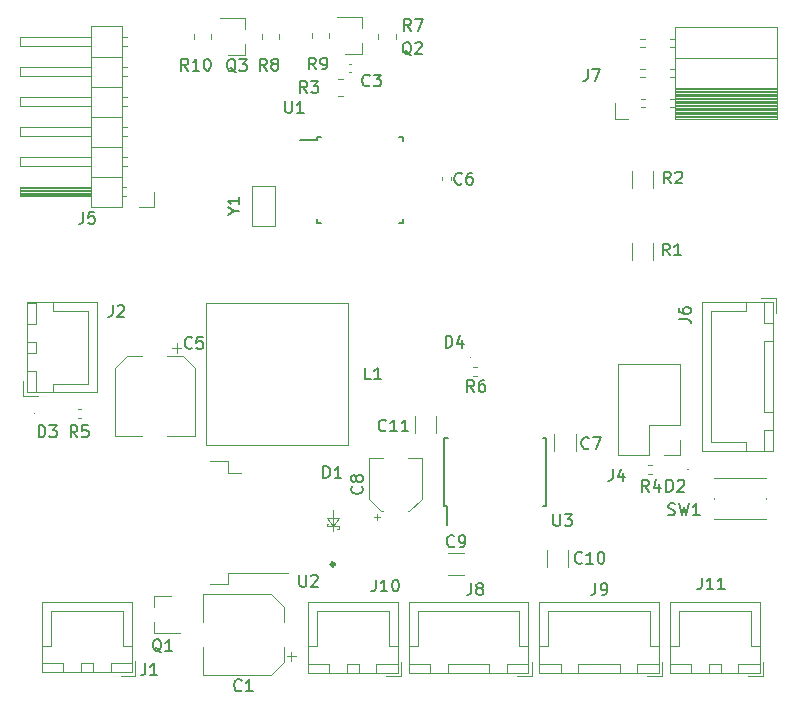
<source format=gbr>
%TF.GenerationSoftware,KiCad,Pcbnew,5.1.10*%
%TF.CreationDate,2021-11-02T21:36:03+05:45*%
%TF.ProjectId,RobotHat,526f626f-7448-4617-942e-6b696361645f,rev?*%
%TF.SameCoordinates,Original*%
%TF.FileFunction,Legend,Top*%
%TF.FilePolarity,Positive*%
%FSLAX46Y46*%
G04 Gerber Fmt 4.6, Leading zero omitted, Abs format (unit mm)*
G04 Created by KiCad (PCBNEW 5.1.10) date 2021-11-02 21:36:03*
%MOMM*%
%LPD*%
G01*
G04 APERTURE LIST*
%ADD10C,0.120000*%
%ADD11C,0.100000*%
%ADD12C,0.150000*%
%ADD13C,0.300000*%
G04 APERTURE END LIST*
D10*
%TO.C,Y1*%
X72400000Y-62950000D02*
X72400000Y-66350000D01*
X72400000Y-66350000D02*
X70400000Y-66350000D01*
X70400000Y-66350000D02*
X70400000Y-62950000D01*
X70400000Y-62950000D02*
X72400000Y-62950000D01*
%TO.C,Q3*%
X69860000Y-51880000D02*
X69860000Y-50950000D01*
X69860000Y-48720000D02*
X69860000Y-49650000D01*
X69860000Y-48720000D02*
X67700000Y-48720000D01*
X69860000Y-51880000D02*
X68400000Y-51880000D01*
%TO.C,R10*%
X66985000Y-50072936D02*
X66985000Y-50527064D01*
X65515000Y-50072936D02*
X65515000Y-50527064D01*
%TO.C,R9*%
X76935000Y-50022936D02*
X76935000Y-50477064D01*
X75465000Y-50022936D02*
X75465000Y-50477064D01*
%TO.C,R8*%
X72735000Y-50072936D02*
X72735000Y-50527064D01*
X71265000Y-50072936D02*
X71265000Y-50527064D01*
%TO.C,R7*%
X82585000Y-50072936D02*
X82585000Y-50527064D01*
X81115000Y-50072936D02*
X81115000Y-50527064D01*
%TO.C,R3*%
X77672936Y-53915000D02*
X78127064Y-53915000D01*
X77672936Y-55385000D02*
X78127064Y-55385000D01*
%TO.C,J6*%
X114510000Y-72790000D02*
X108540000Y-72790000D01*
X108540000Y-72790000D02*
X108540000Y-85410000D01*
X108540000Y-85410000D02*
X114510000Y-85410000D01*
X114510000Y-85410000D02*
X114510000Y-72790000D01*
X114500000Y-76100000D02*
X113750000Y-76100000D01*
X113750000Y-76100000D02*
X113750000Y-82100000D01*
X113750000Y-82100000D02*
X114500000Y-82100000D01*
X114500000Y-82100000D02*
X114500000Y-76100000D01*
X114500000Y-72800000D02*
X113750000Y-72800000D01*
X113750000Y-72800000D02*
X113750000Y-74600000D01*
X113750000Y-74600000D02*
X114500000Y-74600000D01*
X114500000Y-74600000D02*
X114500000Y-72800000D01*
X114500000Y-83600000D02*
X113750000Y-83600000D01*
X113750000Y-83600000D02*
X113750000Y-85400000D01*
X113750000Y-85400000D02*
X114500000Y-85400000D01*
X114500000Y-85400000D02*
X114500000Y-83600000D01*
X112250000Y-72800000D02*
X112250000Y-73550000D01*
X112250000Y-73550000D02*
X109300000Y-73550000D01*
X109300000Y-73550000D02*
X109300000Y-79100000D01*
X112250000Y-85400000D02*
X112250000Y-84650000D01*
X112250000Y-84650000D02*
X109300000Y-84650000D01*
X109300000Y-84650000D02*
X109300000Y-79100000D01*
X114800000Y-73750000D02*
X114800000Y-72500000D01*
X114800000Y-72500000D02*
X113550000Y-72500000D01*
%TO.C,C8*%
X84810000Y-85990000D02*
X83610000Y-85990000D01*
X80290000Y-85990000D02*
X81490000Y-85990000D01*
X80290000Y-89445563D02*
X80290000Y-85990000D01*
X84810000Y-89445563D02*
X84810000Y-85990000D01*
X83745563Y-90510000D02*
X83610000Y-90510000D01*
X81354437Y-90510000D02*
X81490000Y-90510000D01*
X81354437Y-90510000D02*
X80290000Y-89445563D01*
X83745563Y-90510000D02*
X84810000Y-89445563D01*
X80990000Y-91250000D02*
X80990000Y-90750000D01*
X80740000Y-91000000D02*
X81240000Y-91000000D01*
%TO.C,C5*%
X58790000Y-84160000D02*
X61140000Y-84160000D01*
X65610000Y-84160000D02*
X63260000Y-84160000D01*
X65610000Y-78404437D02*
X65610000Y-84160000D01*
X58790000Y-78404437D02*
X58790000Y-84160000D01*
X59854437Y-77340000D02*
X61140000Y-77340000D01*
X64545563Y-77340000D02*
X63260000Y-77340000D01*
X64545563Y-77340000D02*
X65610000Y-78404437D01*
X59854437Y-77340000D02*
X58790000Y-78404437D01*
X64047500Y-76312500D02*
X64047500Y-77100000D01*
X64441250Y-76706250D02*
X63653750Y-76706250D01*
%TO.C,C1*%
X66290000Y-97540000D02*
X66290000Y-99890000D01*
X66290000Y-104360000D02*
X66290000Y-102010000D01*
X72045563Y-104360000D02*
X66290000Y-104360000D01*
X72045563Y-97540000D02*
X66290000Y-97540000D01*
X73110000Y-98604437D02*
X73110000Y-99890000D01*
X73110000Y-103295563D02*
X73110000Y-102010000D01*
X73110000Y-103295563D02*
X72045563Y-104360000D01*
X73110000Y-98604437D02*
X72045563Y-97540000D01*
X74137500Y-102797500D02*
X73350000Y-102797500D01*
X73743750Y-103191250D02*
X73743750Y-102403750D01*
%TO.C,L1*%
X78550000Y-84900000D02*
X66550000Y-84900000D01*
X78550000Y-72900000D02*
X78550000Y-84900000D01*
X66550000Y-72900000D02*
X78550000Y-72900000D01*
X66550000Y-84900000D02*
X66550000Y-72900000D01*
%TO.C,Q2*%
X79760000Y-51830000D02*
X79760000Y-50900000D01*
X79760000Y-48670000D02*
X79760000Y-49600000D01*
X79760000Y-48670000D02*
X77600000Y-48670000D01*
X79760000Y-51830000D02*
X78300000Y-51830000D01*
%TO.C,SW1*%
X113950000Y-89500000D02*
X113950000Y-89400000D01*
X109550000Y-91200000D02*
X113950000Y-91200000D01*
X113950000Y-87700000D02*
X109550000Y-87700000D01*
X109550000Y-89500000D02*
X109550000Y-89400000D01*
%TO.C,R6*%
X89453641Y-79080000D02*
X89146359Y-79080000D01*
X89453641Y-78320000D02*
X89146359Y-78320000D01*
D11*
%TO.C,D4*%
X88940000Y-77500000D02*
G75*
G03*
X88940000Y-77500000I-50000J0D01*
G01*
D10*
%TO.C,J4*%
X106630000Y-85780000D02*
X105300000Y-85780000D01*
X106630000Y-84450000D02*
X106630000Y-85780000D01*
X104030000Y-85780000D02*
X101430000Y-85780000D01*
X104030000Y-83180000D02*
X104030000Y-85780000D01*
X106630000Y-83180000D02*
X104030000Y-83180000D01*
X101430000Y-85780000D02*
X101430000Y-78040000D01*
X106630000Y-83180000D02*
X106630000Y-78040000D01*
X106630000Y-78040000D02*
X101430000Y-78040000D01*
%TO.C,J5*%
X62120000Y-64720000D02*
X60850000Y-64720000D01*
X62120000Y-63450000D02*
X62120000Y-64720000D01*
X59807071Y-50370000D02*
X59410000Y-50370000D01*
X59807071Y-51130000D02*
X59410000Y-51130000D01*
X50750000Y-50370000D02*
X56750000Y-50370000D01*
X50750000Y-51130000D02*
X50750000Y-50370000D01*
X56750000Y-51130000D02*
X50750000Y-51130000D01*
X59410000Y-52020000D02*
X56750000Y-52020000D01*
X59807071Y-52910000D02*
X59410000Y-52910000D01*
X59807071Y-53670000D02*
X59410000Y-53670000D01*
X50750000Y-52910000D02*
X56750000Y-52910000D01*
X50750000Y-53670000D02*
X50750000Y-52910000D01*
X56750000Y-53670000D02*
X50750000Y-53670000D01*
X59410000Y-54560000D02*
X56750000Y-54560000D01*
X59807071Y-55450000D02*
X59410000Y-55450000D01*
X59807071Y-56210000D02*
X59410000Y-56210000D01*
X50750000Y-55450000D02*
X56750000Y-55450000D01*
X50750000Y-56210000D02*
X50750000Y-55450000D01*
X56750000Y-56210000D02*
X50750000Y-56210000D01*
X59410000Y-57100000D02*
X56750000Y-57100000D01*
X59807071Y-57990000D02*
X59410000Y-57990000D01*
X59807071Y-58750000D02*
X59410000Y-58750000D01*
X50750000Y-57990000D02*
X56750000Y-57990000D01*
X50750000Y-58750000D02*
X50750000Y-57990000D01*
X56750000Y-58750000D02*
X50750000Y-58750000D01*
X59410000Y-59640000D02*
X56750000Y-59640000D01*
X59807071Y-60530000D02*
X59410000Y-60530000D01*
X59807071Y-61290000D02*
X59410000Y-61290000D01*
X50750000Y-60530000D02*
X56750000Y-60530000D01*
X50750000Y-61290000D02*
X50750000Y-60530000D01*
X56750000Y-61290000D02*
X50750000Y-61290000D01*
X59410000Y-62180000D02*
X56750000Y-62180000D01*
X59740000Y-63070000D02*
X59410000Y-63070000D01*
X59740000Y-63830000D02*
X59410000Y-63830000D01*
X56750000Y-63170000D02*
X50750000Y-63170000D01*
X56750000Y-63290000D02*
X50750000Y-63290000D01*
X56750000Y-63410000D02*
X50750000Y-63410000D01*
X56750000Y-63530000D02*
X50750000Y-63530000D01*
X56750000Y-63650000D02*
X50750000Y-63650000D01*
X56750000Y-63770000D02*
X50750000Y-63770000D01*
X50750000Y-63070000D02*
X56750000Y-63070000D01*
X50750000Y-63830000D02*
X50750000Y-63070000D01*
X56750000Y-63830000D02*
X50750000Y-63830000D01*
X56750000Y-64780000D02*
X59410000Y-64780000D01*
X56750000Y-49420000D02*
X56750000Y-64780000D01*
X59410000Y-49420000D02*
X56750000Y-49420000D01*
X59410000Y-64780000D02*
X59410000Y-49420000D01*
D12*
%TO.C,U1*%
X75925000Y-59050000D02*
X74500000Y-59050000D01*
X83175000Y-58825000D02*
X82850000Y-58825000D01*
X83175000Y-66075000D02*
X82850000Y-66075000D01*
X75925000Y-66075000D02*
X76250000Y-66075000D01*
X75925000Y-58825000D02*
X76250000Y-58825000D01*
X75925000Y-66075000D02*
X75925000Y-65750000D01*
X83175000Y-66075000D02*
X83175000Y-65750000D01*
X83175000Y-58825000D02*
X83175000Y-59150000D01*
X75925000Y-58825000D02*
X75925000Y-59050000D01*
D10*
%TO.C,Q1*%
X62140000Y-97670000D02*
X62140000Y-98600000D01*
X62140000Y-100830000D02*
X62140000Y-99900000D01*
X62140000Y-100830000D02*
X64300000Y-100830000D01*
X62140000Y-97670000D02*
X63600000Y-97670000D01*
%TO.C,D1*%
X77750000Y-92000000D02*
X77650000Y-92000000D01*
X77750000Y-91800000D02*
X77750000Y-92000000D01*
X76750000Y-91600000D02*
X76850000Y-91600000D01*
X76750000Y-91800000D02*
X76750000Y-91600000D01*
X77750000Y-91100000D02*
X77250000Y-91800000D01*
X76750000Y-91100000D02*
X77650000Y-91100000D01*
X77750000Y-91100000D02*
X76750000Y-91100000D01*
X77250000Y-91800000D02*
X76750000Y-91100000D01*
X76750000Y-91800000D02*
X77750000Y-91800000D01*
X77250000Y-90400000D02*
X77250000Y-92200000D01*
D13*
X77391421Y-95000000D02*
G75*
G03*
X77391421Y-95000000I-141421J0D01*
G01*
D10*
%TO.C,R5*%
X55953641Y-81820000D02*
X55646359Y-81820000D01*
X55953641Y-82580000D02*
X55646359Y-82580000D01*
D11*
%TO.C,D3*%
X52025000Y-82200000D02*
G75*
G03*
X52025000Y-82200000I-50000J0D01*
G01*
D10*
%TO.C,C11*%
X86010000Y-83911252D02*
X86010000Y-82488748D01*
X84190000Y-83911252D02*
X84190000Y-82488748D01*
%TO.C,C10*%
X95390000Y-93788748D02*
X95390000Y-95211252D01*
X97210000Y-93788748D02*
X97210000Y-95211252D01*
%TO.C,C9*%
X86988748Y-95910000D02*
X88411252Y-95910000D01*
X86988748Y-94090000D02*
X88411252Y-94090000D01*
%TO.C,C7*%
X95990000Y-83988748D02*
X95990000Y-85411252D01*
X97810000Y-83988748D02*
X97810000Y-85411252D01*
%TO.C,C3*%
X78592164Y-53360000D02*
X78807836Y-53360000D01*
X78592164Y-52640000D02*
X78807836Y-52640000D01*
%TO.C,C6*%
X86540000Y-62242164D02*
X86540000Y-62457836D01*
X87260000Y-62242164D02*
X87260000Y-62457836D01*
%TO.C,J7*%
X114855000Y-57160000D02*
X106225000Y-57160000D01*
X114855000Y-57041905D02*
X106225000Y-57041905D01*
X114855000Y-56923810D02*
X106225000Y-56923810D01*
X114855000Y-56805715D02*
X106225000Y-56805715D01*
X114855000Y-56687620D02*
X106225000Y-56687620D01*
X114855000Y-56569525D02*
X106225000Y-56569525D01*
X114855000Y-56451430D02*
X106225000Y-56451430D01*
X114855000Y-56333335D02*
X106225000Y-56333335D01*
X114855000Y-56215240D02*
X106225000Y-56215240D01*
X114855000Y-56097145D02*
X106225000Y-56097145D01*
X114855000Y-55979050D02*
X106225000Y-55979050D01*
X114855000Y-55860955D02*
X106225000Y-55860955D01*
X114855000Y-55742860D02*
X106225000Y-55742860D01*
X114855000Y-55624765D02*
X106225000Y-55624765D01*
X114855000Y-55506670D02*
X106225000Y-55506670D01*
X114855000Y-55388575D02*
X106225000Y-55388575D01*
X114855000Y-55270480D02*
X106225000Y-55270480D01*
X114855000Y-55152385D02*
X106225000Y-55152385D01*
X114855000Y-55034290D02*
X106225000Y-55034290D01*
X114855000Y-54916195D02*
X106225000Y-54916195D01*
X114855000Y-54798100D02*
X106225000Y-54798100D01*
X106225000Y-56310000D02*
X105815000Y-56310000D01*
X103715000Y-56310000D02*
X103335000Y-56310000D01*
X106225000Y-55590000D02*
X105815000Y-55590000D01*
X103715000Y-55590000D02*
X103335000Y-55590000D01*
X106225000Y-53770000D02*
X105815000Y-53770000D01*
X103715000Y-53770000D02*
X103275000Y-53770000D01*
X106225000Y-53050000D02*
X105815000Y-53050000D01*
X103715000Y-53050000D02*
X103275000Y-53050000D01*
X106225000Y-51230000D02*
X105815000Y-51230000D01*
X103715000Y-51230000D02*
X103275000Y-51230000D01*
X106225000Y-50510000D02*
X105815000Y-50510000D01*
X103715000Y-50510000D02*
X103275000Y-50510000D01*
X114855000Y-54680000D02*
X106225000Y-54680000D01*
X114855000Y-52140000D02*
X106225000Y-52140000D01*
X114855000Y-57280000D02*
X106225000Y-57280000D01*
X106225000Y-57280000D02*
X106225000Y-49540000D01*
X114855000Y-49540000D02*
X106225000Y-49540000D01*
X114855000Y-57280000D02*
X114855000Y-49540000D01*
X101115000Y-57280000D02*
X101115000Y-55950000D01*
X102225000Y-57280000D02*
X101115000Y-57280000D01*
%TO.C,R2*%
X104410000Y-61672936D02*
X104410000Y-63127064D01*
X102590000Y-61672936D02*
X102590000Y-63127064D01*
%TO.C,R1*%
X102590000Y-69277064D02*
X102590000Y-67822936D01*
X104410000Y-69277064D02*
X104410000Y-67822936D01*
%TO.C,J2*%
X51340000Y-80460000D02*
X57310000Y-80460000D01*
X57310000Y-80460000D02*
X57310000Y-72840000D01*
X57310000Y-72840000D02*
X51340000Y-72840000D01*
X51340000Y-72840000D02*
X51340000Y-80460000D01*
X51350000Y-77150000D02*
X52100000Y-77150000D01*
X52100000Y-77150000D02*
X52100000Y-76150000D01*
X52100000Y-76150000D02*
X51350000Y-76150000D01*
X51350000Y-76150000D02*
X51350000Y-77150000D01*
X51350000Y-80450000D02*
X52100000Y-80450000D01*
X52100000Y-80450000D02*
X52100000Y-78650000D01*
X52100000Y-78650000D02*
X51350000Y-78650000D01*
X51350000Y-78650000D02*
X51350000Y-80450000D01*
X51350000Y-74650000D02*
X52100000Y-74650000D01*
X52100000Y-74650000D02*
X52100000Y-72850000D01*
X52100000Y-72850000D02*
X51350000Y-72850000D01*
X51350000Y-72850000D02*
X51350000Y-74650000D01*
X53600000Y-80450000D02*
X53600000Y-79700000D01*
X53600000Y-79700000D02*
X56550000Y-79700000D01*
X56550000Y-79700000D02*
X56550000Y-76650000D01*
X53600000Y-72850000D02*
X53600000Y-73600000D01*
X53600000Y-73600000D02*
X56550000Y-73600000D01*
X56550000Y-73600000D02*
X56550000Y-76650000D01*
X51050000Y-79500000D02*
X51050000Y-80750000D01*
X51050000Y-80750000D02*
X52300000Y-80750000D01*
%TO.C,U2*%
X68350000Y-87250000D02*
X69450000Y-87250000D01*
X68350000Y-86300000D02*
X68350000Y-87250000D01*
X66850000Y-86300000D02*
X68350000Y-86300000D01*
X68350000Y-95750000D02*
X73475000Y-95750000D01*
X68350000Y-96700000D02*
X68350000Y-95750000D01*
X66850000Y-96700000D02*
X68350000Y-96700000D01*
D12*
%TO.C,U3*%
X86900000Y-90075000D02*
X86900000Y-91675000D01*
X95325000Y-90075000D02*
X95325000Y-84325000D01*
X86675000Y-90075000D02*
X86675000Y-84325000D01*
X95325000Y-90075000D02*
X95025000Y-90075000D01*
X95325000Y-84325000D02*
X95025000Y-84325000D01*
X86675000Y-84325000D02*
X86975000Y-84325000D01*
X86675000Y-90075000D02*
X86900000Y-90075000D01*
D10*
%TO.C,R4*%
X103946359Y-87330000D02*
X104253641Y-87330000D01*
X103946359Y-86570000D02*
X104253641Y-86570000D01*
%TO.C,J11*%
X113700000Y-104500000D02*
X113700000Y-103250000D01*
X112450000Y-104500000D02*
X113700000Y-104500000D01*
X106550000Y-99000000D02*
X109600000Y-99000000D01*
X106550000Y-101950000D02*
X106550000Y-99000000D01*
X105800000Y-101950000D02*
X106550000Y-101950000D01*
X112650000Y-99000000D02*
X109600000Y-99000000D01*
X112650000Y-101950000D02*
X112650000Y-99000000D01*
X113400000Y-101950000D02*
X112650000Y-101950000D01*
X105800000Y-104200000D02*
X107600000Y-104200000D01*
X105800000Y-103450000D02*
X105800000Y-104200000D01*
X107600000Y-103450000D02*
X105800000Y-103450000D01*
X107600000Y-104200000D02*
X107600000Y-103450000D01*
X111600000Y-104200000D02*
X113400000Y-104200000D01*
X111600000Y-103450000D02*
X111600000Y-104200000D01*
X113400000Y-103450000D02*
X111600000Y-103450000D01*
X113400000Y-104200000D02*
X113400000Y-103450000D01*
X109100000Y-104200000D02*
X110100000Y-104200000D01*
X109100000Y-103450000D02*
X109100000Y-104200000D01*
X110100000Y-103450000D02*
X109100000Y-103450000D01*
X110100000Y-104200000D02*
X110100000Y-103450000D01*
X105790000Y-104210000D02*
X113410000Y-104210000D01*
X105790000Y-98240000D02*
X105790000Y-104210000D01*
X113410000Y-98240000D02*
X105790000Y-98240000D01*
X113410000Y-104210000D02*
X113410000Y-98240000D01*
%TO.C,J10*%
X83050000Y-104500000D02*
X83050000Y-103250000D01*
X81800000Y-104500000D02*
X83050000Y-104500000D01*
X75900000Y-99000000D02*
X78950000Y-99000000D01*
X75900000Y-101950000D02*
X75900000Y-99000000D01*
X75150000Y-101950000D02*
X75900000Y-101950000D01*
X82000000Y-99000000D02*
X78950000Y-99000000D01*
X82000000Y-101950000D02*
X82000000Y-99000000D01*
X82750000Y-101950000D02*
X82000000Y-101950000D01*
X75150000Y-104200000D02*
X76950000Y-104200000D01*
X75150000Y-103450000D02*
X75150000Y-104200000D01*
X76950000Y-103450000D02*
X75150000Y-103450000D01*
X76950000Y-104200000D02*
X76950000Y-103450000D01*
X80950000Y-104200000D02*
X82750000Y-104200000D01*
X80950000Y-103450000D02*
X80950000Y-104200000D01*
X82750000Y-103450000D02*
X80950000Y-103450000D01*
X82750000Y-104200000D02*
X82750000Y-103450000D01*
X78450000Y-104200000D02*
X79450000Y-104200000D01*
X78450000Y-103450000D02*
X78450000Y-104200000D01*
X79450000Y-103450000D02*
X78450000Y-103450000D01*
X79450000Y-104200000D02*
X79450000Y-103450000D01*
X75140000Y-104210000D02*
X82760000Y-104210000D01*
X75140000Y-98240000D02*
X75140000Y-104210000D01*
X82760000Y-98240000D02*
X75140000Y-98240000D01*
X82760000Y-104210000D02*
X82760000Y-98240000D01*
%TO.C,J9*%
X105150000Y-104500000D02*
X105150000Y-103250000D01*
X103900000Y-104500000D02*
X105150000Y-104500000D01*
X95500000Y-99000000D02*
X99800000Y-99000000D01*
X95500000Y-101950000D02*
X95500000Y-99000000D01*
X94750000Y-101950000D02*
X95500000Y-101950000D01*
X104100000Y-99000000D02*
X99800000Y-99000000D01*
X104100000Y-101950000D02*
X104100000Y-99000000D01*
X104850000Y-101950000D02*
X104100000Y-101950000D01*
X94750000Y-104200000D02*
X96550000Y-104200000D01*
X94750000Y-103450000D02*
X94750000Y-104200000D01*
X96550000Y-103450000D02*
X94750000Y-103450000D01*
X96550000Y-104200000D02*
X96550000Y-103450000D01*
X103050000Y-104200000D02*
X104850000Y-104200000D01*
X103050000Y-103450000D02*
X103050000Y-104200000D01*
X104850000Y-103450000D02*
X103050000Y-103450000D01*
X104850000Y-104200000D02*
X104850000Y-103450000D01*
X98050000Y-104200000D02*
X101550000Y-104200000D01*
X98050000Y-103450000D02*
X98050000Y-104200000D01*
X101550000Y-103450000D02*
X98050000Y-103450000D01*
X101550000Y-104200000D02*
X101550000Y-103450000D01*
X94740000Y-104210000D02*
X104860000Y-104210000D01*
X94740000Y-98240000D02*
X94740000Y-104210000D01*
X104860000Y-98240000D02*
X94740000Y-98240000D01*
X104860000Y-104210000D02*
X104860000Y-98240000D01*
%TO.C,J8*%
X94100000Y-104500000D02*
X94100000Y-103250000D01*
X92850000Y-104500000D02*
X94100000Y-104500000D01*
X84450000Y-99000000D02*
X88750000Y-99000000D01*
X84450000Y-101950000D02*
X84450000Y-99000000D01*
X83700000Y-101950000D02*
X84450000Y-101950000D01*
X93050000Y-99000000D02*
X88750000Y-99000000D01*
X93050000Y-101950000D02*
X93050000Y-99000000D01*
X93800000Y-101950000D02*
X93050000Y-101950000D01*
X83700000Y-104200000D02*
X85500000Y-104200000D01*
X83700000Y-103450000D02*
X83700000Y-104200000D01*
X85500000Y-103450000D02*
X83700000Y-103450000D01*
X85500000Y-104200000D02*
X85500000Y-103450000D01*
X92000000Y-104200000D02*
X93800000Y-104200000D01*
X92000000Y-103450000D02*
X92000000Y-104200000D01*
X93800000Y-103450000D02*
X92000000Y-103450000D01*
X93800000Y-104200000D02*
X93800000Y-103450000D01*
X87000000Y-104200000D02*
X90500000Y-104200000D01*
X87000000Y-103450000D02*
X87000000Y-104200000D01*
X90500000Y-103450000D02*
X87000000Y-103450000D01*
X90500000Y-104200000D02*
X90500000Y-103450000D01*
X83690000Y-104210000D02*
X93810000Y-104210000D01*
X83690000Y-98240000D02*
X83690000Y-104210000D01*
X93810000Y-98240000D02*
X83690000Y-98240000D01*
X93810000Y-104210000D02*
X93810000Y-98240000D01*
%TO.C,J1*%
X60550000Y-104450000D02*
X60550000Y-103200000D01*
X59300000Y-104450000D02*
X60550000Y-104450000D01*
X53400000Y-98950000D02*
X56450000Y-98950000D01*
X53400000Y-101900000D02*
X53400000Y-98950000D01*
X52650000Y-101900000D02*
X53400000Y-101900000D01*
X59500000Y-98950000D02*
X56450000Y-98950000D01*
X59500000Y-101900000D02*
X59500000Y-98950000D01*
X60250000Y-101900000D02*
X59500000Y-101900000D01*
X52650000Y-104150000D02*
X54450000Y-104150000D01*
X52650000Y-103400000D02*
X52650000Y-104150000D01*
X54450000Y-103400000D02*
X52650000Y-103400000D01*
X54450000Y-104150000D02*
X54450000Y-103400000D01*
X58450000Y-104150000D02*
X60250000Y-104150000D01*
X58450000Y-103400000D02*
X58450000Y-104150000D01*
X60250000Y-103400000D02*
X58450000Y-103400000D01*
X60250000Y-104150000D02*
X60250000Y-103400000D01*
X55950000Y-104150000D02*
X56950000Y-104150000D01*
X55950000Y-103400000D02*
X55950000Y-104150000D01*
X56950000Y-103400000D02*
X55950000Y-103400000D01*
X56950000Y-104150000D02*
X56950000Y-103400000D01*
X52640000Y-104160000D02*
X60260000Y-104160000D01*
X52640000Y-98190000D02*
X52640000Y-104160000D01*
X60260000Y-98190000D02*
X52640000Y-98190000D01*
X60260000Y-104160000D02*
X60260000Y-98190000D01*
D11*
%TO.C,D2*%
X107375000Y-86950000D02*
G75*
G03*
X107375000Y-86950000I-50000J0D01*
G01*
%TO.C,Y1*%
D12*
X68876190Y-65126190D02*
X69352380Y-65126190D01*
X68352380Y-65459523D02*
X68876190Y-65126190D01*
X68352380Y-64792857D01*
X69352380Y-63935714D02*
X69352380Y-64507142D01*
X69352380Y-64221428D02*
X68352380Y-64221428D01*
X68495238Y-64316666D01*
X68590476Y-64411904D01*
X68638095Y-64507142D01*
%TO.C,Q3*%
X69054761Y-53347619D02*
X68959523Y-53300000D01*
X68864285Y-53204761D01*
X68721428Y-53061904D01*
X68626190Y-53014285D01*
X68530952Y-53014285D01*
X68578571Y-53252380D02*
X68483333Y-53204761D01*
X68388095Y-53109523D01*
X68340476Y-52919047D01*
X68340476Y-52585714D01*
X68388095Y-52395238D01*
X68483333Y-52300000D01*
X68578571Y-52252380D01*
X68769047Y-52252380D01*
X68864285Y-52300000D01*
X68959523Y-52395238D01*
X69007142Y-52585714D01*
X69007142Y-52919047D01*
X68959523Y-53109523D01*
X68864285Y-53204761D01*
X68769047Y-53252380D01*
X68578571Y-53252380D01*
X69340476Y-52252380D02*
X69959523Y-52252380D01*
X69626190Y-52633333D01*
X69769047Y-52633333D01*
X69864285Y-52680952D01*
X69911904Y-52728571D01*
X69959523Y-52823809D01*
X69959523Y-53061904D01*
X69911904Y-53157142D01*
X69864285Y-53204761D01*
X69769047Y-53252380D01*
X69483333Y-53252380D01*
X69388095Y-53204761D01*
X69340476Y-53157142D01*
%TO.C,R10*%
X65007142Y-53202380D02*
X64673809Y-52726190D01*
X64435714Y-53202380D02*
X64435714Y-52202380D01*
X64816666Y-52202380D01*
X64911904Y-52250000D01*
X64959523Y-52297619D01*
X65007142Y-52392857D01*
X65007142Y-52535714D01*
X64959523Y-52630952D01*
X64911904Y-52678571D01*
X64816666Y-52726190D01*
X64435714Y-52726190D01*
X65959523Y-53202380D02*
X65388095Y-53202380D01*
X65673809Y-53202380D02*
X65673809Y-52202380D01*
X65578571Y-52345238D01*
X65483333Y-52440476D01*
X65388095Y-52488095D01*
X66578571Y-52202380D02*
X66673809Y-52202380D01*
X66769047Y-52250000D01*
X66816666Y-52297619D01*
X66864285Y-52392857D01*
X66911904Y-52583333D01*
X66911904Y-52821428D01*
X66864285Y-53011904D01*
X66816666Y-53107142D01*
X66769047Y-53154761D01*
X66673809Y-53202380D01*
X66578571Y-53202380D01*
X66483333Y-53154761D01*
X66435714Y-53107142D01*
X66388095Y-53011904D01*
X66340476Y-52821428D01*
X66340476Y-52583333D01*
X66388095Y-52392857D01*
X66435714Y-52297619D01*
X66483333Y-52250000D01*
X66578571Y-52202380D01*
%TO.C,R9*%
X75833333Y-53102380D02*
X75500000Y-52626190D01*
X75261904Y-53102380D02*
X75261904Y-52102380D01*
X75642857Y-52102380D01*
X75738095Y-52150000D01*
X75785714Y-52197619D01*
X75833333Y-52292857D01*
X75833333Y-52435714D01*
X75785714Y-52530952D01*
X75738095Y-52578571D01*
X75642857Y-52626190D01*
X75261904Y-52626190D01*
X76309523Y-53102380D02*
X76500000Y-53102380D01*
X76595238Y-53054761D01*
X76642857Y-53007142D01*
X76738095Y-52864285D01*
X76785714Y-52673809D01*
X76785714Y-52292857D01*
X76738095Y-52197619D01*
X76690476Y-52150000D01*
X76595238Y-52102380D01*
X76404761Y-52102380D01*
X76309523Y-52150000D01*
X76261904Y-52197619D01*
X76214285Y-52292857D01*
X76214285Y-52530952D01*
X76261904Y-52626190D01*
X76309523Y-52673809D01*
X76404761Y-52721428D01*
X76595238Y-52721428D01*
X76690476Y-52673809D01*
X76738095Y-52626190D01*
X76785714Y-52530952D01*
%TO.C,R8*%
X71683333Y-53202380D02*
X71350000Y-52726190D01*
X71111904Y-53202380D02*
X71111904Y-52202380D01*
X71492857Y-52202380D01*
X71588095Y-52250000D01*
X71635714Y-52297619D01*
X71683333Y-52392857D01*
X71683333Y-52535714D01*
X71635714Y-52630952D01*
X71588095Y-52678571D01*
X71492857Y-52726190D01*
X71111904Y-52726190D01*
X72254761Y-52630952D02*
X72159523Y-52583333D01*
X72111904Y-52535714D01*
X72064285Y-52440476D01*
X72064285Y-52392857D01*
X72111904Y-52297619D01*
X72159523Y-52250000D01*
X72254761Y-52202380D01*
X72445238Y-52202380D01*
X72540476Y-52250000D01*
X72588095Y-52297619D01*
X72635714Y-52392857D01*
X72635714Y-52440476D01*
X72588095Y-52535714D01*
X72540476Y-52583333D01*
X72445238Y-52630952D01*
X72254761Y-52630952D01*
X72159523Y-52678571D01*
X72111904Y-52726190D01*
X72064285Y-52821428D01*
X72064285Y-53011904D01*
X72111904Y-53107142D01*
X72159523Y-53154761D01*
X72254761Y-53202380D01*
X72445238Y-53202380D01*
X72540476Y-53154761D01*
X72588095Y-53107142D01*
X72635714Y-53011904D01*
X72635714Y-52821428D01*
X72588095Y-52726190D01*
X72540476Y-52678571D01*
X72445238Y-52630952D01*
%TO.C,R7*%
X83883333Y-49852380D02*
X83550000Y-49376190D01*
X83311904Y-49852380D02*
X83311904Y-48852380D01*
X83692857Y-48852380D01*
X83788095Y-48900000D01*
X83835714Y-48947619D01*
X83883333Y-49042857D01*
X83883333Y-49185714D01*
X83835714Y-49280952D01*
X83788095Y-49328571D01*
X83692857Y-49376190D01*
X83311904Y-49376190D01*
X84216666Y-48852380D02*
X84883333Y-48852380D01*
X84454761Y-49852380D01*
%TO.C,R3*%
X75083333Y-55102380D02*
X74750000Y-54626190D01*
X74511904Y-55102380D02*
X74511904Y-54102380D01*
X74892857Y-54102380D01*
X74988095Y-54150000D01*
X75035714Y-54197619D01*
X75083333Y-54292857D01*
X75083333Y-54435714D01*
X75035714Y-54530952D01*
X74988095Y-54578571D01*
X74892857Y-54626190D01*
X74511904Y-54626190D01*
X75416666Y-54102380D02*
X76035714Y-54102380D01*
X75702380Y-54483333D01*
X75845238Y-54483333D01*
X75940476Y-54530952D01*
X75988095Y-54578571D01*
X76035714Y-54673809D01*
X76035714Y-54911904D01*
X75988095Y-55007142D01*
X75940476Y-55054761D01*
X75845238Y-55102380D01*
X75559523Y-55102380D01*
X75464285Y-55054761D01*
X75416666Y-55007142D01*
%TO.C,J6*%
X106552380Y-74233333D02*
X107266666Y-74233333D01*
X107409523Y-74280952D01*
X107504761Y-74376190D01*
X107552380Y-74519047D01*
X107552380Y-74614285D01*
X106552380Y-73328571D02*
X106552380Y-73519047D01*
X106600000Y-73614285D01*
X106647619Y-73661904D01*
X106790476Y-73757142D01*
X106980952Y-73804761D01*
X107361904Y-73804761D01*
X107457142Y-73757142D01*
X107504761Y-73709523D01*
X107552380Y-73614285D01*
X107552380Y-73423809D01*
X107504761Y-73328571D01*
X107457142Y-73280952D01*
X107361904Y-73233333D01*
X107123809Y-73233333D01*
X107028571Y-73280952D01*
X106980952Y-73328571D01*
X106933333Y-73423809D01*
X106933333Y-73614285D01*
X106980952Y-73709523D01*
X107028571Y-73757142D01*
X107123809Y-73804761D01*
%TO.C,C8*%
X79707142Y-88416666D02*
X79754761Y-88464285D01*
X79802380Y-88607142D01*
X79802380Y-88702380D01*
X79754761Y-88845238D01*
X79659523Y-88940476D01*
X79564285Y-88988095D01*
X79373809Y-89035714D01*
X79230952Y-89035714D01*
X79040476Y-88988095D01*
X78945238Y-88940476D01*
X78850000Y-88845238D01*
X78802380Y-88702380D01*
X78802380Y-88607142D01*
X78850000Y-88464285D01*
X78897619Y-88416666D01*
X79230952Y-87845238D02*
X79183333Y-87940476D01*
X79135714Y-87988095D01*
X79040476Y-88035714D01*
X78992857Y-88035714D01*
X78897619Y-87988095D01*
X78850000Y-87940476D01*
X78802380Y-87845238D01*
X78802380Y-87654761D01*
X78850000Y-87559523D01*
X78897619Y-87511904D01*
X78992857Y-87464285D01*
X79040476Y-87464285D01*
X79135714Y-87511904D01*
X79183333Y-87559523D01*
X79230952Y-87654761D01*
X79230952Y-87845238D01*
X79278571Y-87940476D01*
X79326190Y-87988095D01*
X79421428Y-88035714D01*
X79611904Y-88035714D01*
X79707142Y-87988095D01*
X79754761Y-87940476D01*
X79802380Y-87845238D01*
X79802380Y-87654761D01*
X79754761Y-87559523D01*
X79707142Y-87511904D01*
X79611904Y-87464285D01*
X79421428Y-87464285D01*
X79326190Y-87511904D01*
X79278571Y-87559523D01*
X79230952Y-87654761D01*
%TO.C,C5*%
X65333333Y-76657142D02*
X65285714Y-76704761D01*
X65142857Y-76752380D01*
X65047619Y-76752380D01*
X64904761Y-76704761D01*
X64809523Y-76609523D01*
X64761904Y-76514285D01*
X64714285Y-76323809D01*
X64714285Y-76180952D01*
X64761904Y-75990476D01*
X64809523Y-75895238D01*
X64904761Y-75800000D01*
X65047619Y-75752380D01*
X65142857Y-75752380D01*
X65285714Y-75800000D01*
X65333333Y-75847619D01*
X66238095Y-75752380D02*
X65761904Y-75752380D01*
X65714285Y-76228571D01*
X65761904Y-76180952D01*
X65857142Y-76133333D01*
X66095238Y-76133333D01*
X66190476Y-76180952D01*
X66238095Y-76228571D01*
X66285714Y-76323809D01*
X66285714Y-76561904D01*
X66238095Y-76657142D01*
X66190476Y-76704761D01*
X66095238Y-76752380D01*
X65857142Y-76752380D01*
X65761904Y-76704761D01*
X65714285Y-76657142D01*
%TO.C,C1*%
X69533333Y-105657142D02*
X69485714Y-105704761D01*
X69342857Y-105752380D01*
X69247619Y-105752380D01*
X69104761Y-105704761D01*
X69009523Y-105609523D01*
X68961904Y-105514285D01*
X68914285Y-105323809D01*
X68914285Y-105180952D01*
X68961904Y-104990476D01*
X69009523Y-104895238D01*
X69104761Y-104800000D01*
X69247619Y-104752380D01*
X69342857Y-104752380D01*
X69485714Y-104800000D01*
X69533333Y-104847619D01*
X70485714Y-105752380D02*
X69914285Y-105752380D01*
X70200000Y-105752380D02*
X70200000Y-104752380D01*
X70104761Y-104895238D01*
X70009523Y-104990476D01*
X69914285Y-105038095D01*
%TO.C,L1*%
X80483333Y-79352380D02*
X80007142Y-79352380D01*
X80007142Y-78352380D01*
X81340476Y-79352380D02*
X80769047Y-79352380D01*
X81054761Y-79352380D02*
X81054761Y-78352380D01*
X80959523Y-78495238D01*
X80864285Y-78590476D01*
X80769047Y-78638095D01*
%TO.C,Q2*%
X83904761Y-51897619D02*
X83809523Y-51850000D01*
X83714285Y-51754761D01*
X83571428Y-51611904D01*
X83476190Y-51564285D01*
X83380952Y-51564285D01*
X83428571Y-51802380D02*
X83333333Y-51754761D01*
X83238095Y-51659523D01*
X83190476Y-51469047D01*
X83190476Y-51135714D01*
X83238095Y-50945238D01*
X83333333Y-50850000D01*
X83428571Y-50802380D01*
X83619047Y-50802380D01*
X83714285Y-50850000D01*
X83809523Y-50945238D01*
X83857142Y-51135714D01*
X83857142Y-51469047D01*
X83809523Y-51659523D01*
X83714285Y-51754761D01*
X83619047Y-51802380D01*
X83428571Y-51802380D01*
X84238095Y-50897619D02*
X84285714Y-50850000D01*
X84380952Y-50802380D01*
X84619047Y-50802380D01*
X84714285Y-50850000D01*
X84761904Y-50897619D01*
X84809523Y-50992857D01*
X84809523Y-51088095D01*
X84761904Y-51230952D01*
X84190476Y-51802380D01*
X84809523Y-51802380D01*
%TO.C,SW1*%
X105666666Y-90804761D02*
X105809523Y-90852380D01*
X106047619Y-90852380D01*
X106142857Y-90804761D01*
X106190476Y-90757142D01*
X106238095Y-90661904D01*
X106238095Y-90566666D01*
X106190476Y-90471428D01*
X106142857Y-90423809D01*
X106047619Y-90376190D01*
X105857142Y-90328571D01*
X105761904Y-90280952D01*
X105714285Y-90233333D01*
X105666666Y-90138095D01*
X105666666Y-90042857D01*
X105714285Y-89947619D01*
X105761904Y-89900000D01*
X105857142Y-89852380D01*
X106095238Y-89852380D01*
X106238095Y-89900000D01*
X106571428Y-89852380D02*
X106809523Y-90852380D01*
X107000000Y-90138095D01*
X107190476Y-90852380D01*
X107428571Y-89852380D01*
X108333333Y-90852380D02*
X107761904Y-90852380D01*
X108047619Y-90852380D02*
X108047619Y-89852380D01*
X107952380Y-89995238D01*
X107857142Y-90090476D01*
X107761904Y-90138095D01*
%TO.C,R6*%
X89233333Y-80402380D02*
X88900000Y-79926190D01*
X88661904Y-80402380D02*
X88661904Y-79402380D01*
X89042857Y-79402380D01*
X89138095Y-79450000D01*
X89185714Y-79497619D01*
X89233333Y-79592857D01*
X89233333Y-79735714D01*
X89185714Y-79830952D01*
X89138095Y-79878571D01*
X89042857Y-79926190D01*
X88661904Y-79926190D01*
X90090476Y-79402380D02*
X89900000Y-79402380D01*
X89804761Y-79450000D01*
X89757142Y-79497619D01*
X89661904Y-79640476D01*
X89614285Y-79830952D01*
X89614285Y-80211904D01*
X89661904Y-80307142D01*
X89709523Y-80354761D01*
X89804761Y-80402380D01*
X89995238Y-80402380D01*
X90090476Y-80354761D01*
X90138095Y-80307142D01*
X90185714Y-80211904D01*
X90185714Y-79973809D01*
X90138095Y-79878571D01*
X90090476Y-79830952D01*
X89995238Y-79783333D01*
X89804761Y-79783333D01*
X89709523Y-79830952D01*
X89661904Y-79878571D01*
X89614285Y-79973809D01*
%TO.C,D4*%
X86811904Y-76652380D02*
X86811904Y-75652380D01*
X87050000Y-75652380D01*
X87192857Y-75700000D01*
X87288095Y-75795238D01*
X87335714Y-75890476D01*
X87383333Y-76080952D01*
X87383333Y-76223809D01*
X87335714Y-76414285D01*
X87288095Y-76509523D01*
X87192857Y-76604761D01*
X87050000Y-76652380D01*
X86811904Y-76652380D01*
X88240476Y-75985714D02*
X88240476Y-76652380D01*
X88002380Y-75604761D02*
X87764285Y-76319047D01*
X88383333Y-76319047D01*
%TO.C,J4*%
X100966666Y-86952380D02*
X100966666Y-87666666D01*
X100919047Y-87809523D01*
X100823809Y-87904761D01*
X100680952Y-87952380D01*
X100585714Y-87952380D01*
X101871428Y-87285714D02*
X101871428Y-87952380D01*
X101633333Y-86904761D02*
X101395238Y-87619047D01*
X102014285Y-87619047D01*
%TO.C,J5*%
X56131666Y-65172380D02*
X56131666Y-65886666D01*
X56084047Y-66029523D01*
X55988809Y-66124761D01*
X55845952Y-66172380D01*
X55750714Y-66172380D01*
X57084047Y-65172380D02*
X56607857Y-65172380D01*
X56560238Y-65648571D01*
X56607857Y-65600952D01*
X56703095Y-65553333D01*
X56941190Y-65553333D01*
X57036428Y-65600952D01*
X57084047Y-65648571D01*
X57131666Y-65743809D01*
X57131666Y-65981904D01*
X57084047Y-66077142D01*
X57036428Y-66124761D01*
X56941190Y-66172380D01*
X56703095Y-66172380D01*
X56607857Y-66124761D01*
X56560238Y-66077142D01*
%TO.C,U1*%
X73238095Y-55802380D02*
X73238095Y-56611904D01*
X73285714Y-56707142D01*
X73333333Y-56754761D01*
X73428571Y-56802380D01*
X73619047Y-56802380D01*
X73714285Y-56754761D01*
X73761904Y-56707142D01*
X73809523Y-56611904D01*
X73809523Y-55802380D01*
X74809523Y-56802380D02*
X74238095Y-56802380D01*
X74523809Y-56802380D02*
X74523809Y-55802380D01*
X74428571Y-55945238D01*
X74333333Y-56040476D01*
X74238095Y-56088095D01*
%TO.C,Q1*%
X62754761Y-102447619D02*
X62659523Y-102400000D01*
X62564285Y-102304761D01*
X62421428Y-102161904D01*
X62326190Y-102114285D01*
X62230952Y-102114285D01*
X62278571Y-102352380D02*
X62183333Y-102304761D01*
X62088095Y-102209523D01*
X62040476Y-102019047D01*
X62040476Y-101685714D01*
X62088095Y-101495238D01*
X62183333Y-101400000D01*
X62278571Y-101352380D01*
X62469047Y-101352380D01*
X62564285Y-101400000D01*
X62659523Y-101495238D01*
X62707142Y-101685714D01*
X62707142Y-102019047D01*
X62659523Y-102209523D01*
X62564285Y-102304761D01*
X62469047Y-102352380D01*
X62278571Y-102352380D01*
X63659523Y-102352380D02*
X63088095Y-102352380D01*
X63373809Y-102352380D02*
X63373809Y-101352380D01*
X63278571Y-101495238D01*
X63183333Y-101590476D01*
X63088095Y-101638095D01*
%TO.C,D1*%
X76461904Y-87702380D02*
X76461904Y-86702380D01*
X76700000Y-86702380D01*
X76842857Y-86750000D01*
X76938095Y-86845238D01*
X76985714Y-86940476D01*
X77033333Y-87130952D01*
X77033333Y-87273809D01*
X76985714Y-87464285D01*
X76938095Y-87559523D01*
X76842857Y-87654761D01*
X76700000Y-87702380D01*
X76461904Y-87702380D01*
X77985714Y-87702380D02*
X77414285Y-87702380D01*
X77700000Y-87702380D02*
X77700000Y-86702380D01*
X77604761Y-86845238D01*
X77509523Y-86940476D01*
X77414285Y-86988095D01*
%TO.C,R5*%
X55633333Y-84252380D02*
X55300000Y-83776190D01*
X55061904Y-84252380D02*
X55061904Y-83252380D01*
X55442857Y-83252380D01*
X55538095Y-83300000D01*
X55585714Y-83347619D01*
X55633333Y-83442857D01*
X55633333Y-83585714D01*
X55585714Y-83680952D01*
X55538095Y-83728571D01*
X55442857Y-83776190D01*
X55061904Y-83776190D01*
X56538095Y-83252380D02*
X56061904Y-83252380D01*
X56014285Y-83728571D01*
X56061904Y-83680952D01*
X56157142Y-83633333D01*
X56395238Y-83633333D01*
X56490476Y-83680952D01*
X56538095Y-83728571D01*
X56585714Y-83823809D01*
X56585714Y-84061904D01*
X56538095Y-84157142D01*
X56490476Y-84204761D01*
X56395238Y-84252380D01*
X56157142Y-84252380D01*
X56061904Y-84204761D01*
X56014285Y-84157142D01*
%TO.C,D3*%
X52361904Y-84252380D02*
X52361904Y-83252380D01*
X52600000Y-83252380D01*
X52742857Y-83300000D01*
X52838095Y-83395238D01*
X52885714Y-83490476D01*
X52933333Y-83680952D01*
X52933333Y-83823809D01*
X52885714Y-84014285D01*
X52838095Y-84109523D01*
X52742857Y-84204761D01*
X52600000Y-84252380D01*
X52361904Y-84252380D01*
X53266666Y-83252380D02*
X53885714Y-83252380D01*
X53552380Y-83633333D01*
X53695238Y-83633333D01*
X53790476Y-83680952D01*
X53838095Y-83728571D01*
X53885714Y-83823809D01*
X53885714Y-84061904D01*
X53838095Y-84157142D01*
X53790476Y-84204761D01*
X53695238Y-84252380D01*
X53409523Y-84252380D01*
X53314285Y-84204761D01*
X53266666Y-84157142D01*
%TO.C,C11*%
X81757142Y-83657142D02*
X81709523Y-83704761D01*
X81566666Y-83752380D01*
X81471428Y-83752380D01*
X81328571Y-83704761D01*
X81233333Y-83609523D01*
X81185714Y-83514285D01*
X81138095Y-83323809D01*
X81138095Y-83180952D01*
X81185714Y-82990476D01*
X81233333Y-82895238D01*
X81328571Y-82800000D01*
X81471428Y-82752380D01*
X81566666Y-82752380D01*
X81709523Y-82800000D01*
X81757142Y-82847619D01*
X82709523Y-83752380D02*
X82138095Y-83752380D01*
X82423809Y-83752380D02*
X82423809Y-82752380D01*
X82328571Y-82895238D01*
X82233333Y-82990476D01*
X82138095Y-83038095D01*
X83661904Y-83752380D02*
X83090476Y-83752380D01*
X83376190Y-83752380D02*
X83376190Y-82752380D01*
X83280952Y-82895238D01*
X83185714Y-82990476D01*
X83090476Y-83038095D01*
%TO.C,C10*%
X98357142Y-94857142D02*
X98309523Y-94904761D01*
X98166666Y-94952380D01*
X98071428Y-94952380D01*
X97928571Y-94904761D01*
X97833333Y-94809523D01*
X97785714Y-94714285D01*
X97738095Y-94523809D01*
X97738095Y-94380952D01*
X97785714Y-94190476D01*
X97833333Y-94095238D01*
X97928571Y-94000000D01*
X98071428Y-93952380D01*
X98166666Y-93952380D01*
X98309523Y-94000000D01*
X98357142Y-94047619D01*
X99309523Y-94952380D02*
X98738095Y-94952380D01*
X99023809Y-94952380D02*
X99023809Y-93952380D01*
X98928571Y-94095238D01*
X98833333Y-94190476D01*
X98738095Y-94238095D01*
X99928571Y-93952380D02*
X100023809Y-93952380D01*
X100119047Y-94000000D01*
X100166666Y-94047619D01*
X100214285Y-94142857D01*
X100261904Y-94333333D01*
X100261904Y-94571428D01*
X100214285Y-94761904D01*
X100166666Y-94857142D01*
X100119047Y-94904761D01*
X100023809Y-94952380D01*
X99928571Y-94952380D01*
X99833333Y-94904761D01*
X99785714Y-94857142D01*
X99738095Y-94761904D01*
X99690476Y-94571428D01*
X99690476Y-94333333D01*
X99738095Y-94142857D01*
X99785714Y-94047619D01*
X99833333Y-94000000D01*
X99928571Y-93952380D01*
%TO.C,C9*%
X87533333Y-93457142D02*
X87485714Y-93504761D01*
X87342857Y-93552380D01*
X87247619Y-93552380D01*
X87104761Y-93504761D01*
X87009523Y-93409523D01*
X86961904Y-93314285D01*
X86914285Y-93123809D01*
X86914285Y-92980952D01*
X86961904Y-92790476D01*
X87009523Y-92695238D01*
X87104761Y-92600000D01*
X87247619Y-92552380D01*
X87342857Y-92552380D01*
X87485714Y-92600000D01*
X87533333Y-92647619D01*
X88009523Y-93552380D02*
X88200000Y-93552380D01*
X88295238Y-93504761D01*
X88342857Y-93457142D01*
X88438095Y-93314285D01*
X88485714Y-93123809D01*
X88485714Y-92742857D01*
X88438095Y-92647619D01*
X88390476Y-92600000D01*
X88295238Y-92552380D01*
X88104761Y-92552380D01*
X88009523Y-92600000D01*
X87961904Y-92647619D01*
X87914285Y-92742857D01*
X87914285Y-92980952D01*
X87961904Y-93076190D01*
X88009523Y-93123809D01*
X88104761Y-93171428D01*
X88295238Y-93171428D01*
X88390476Y-93123809D01*
X88438095Y-93076190D01*
X88485714Y-92980952D01*
%TO.C,C7*%
X98933333Y-85157142D02*
X98885714Y-85204761D01*
X98742857Y-85252380D01*
X98647619Y-85252380D01*
X98504761Y-85204761D01*
X98409523Y-85109523D01*
X98361904Y-85014285D01*
X98314285Y-84823809D01*
X98314285Y-84680952D01*
X98361904Y-84490476D01*
X98409523Y-84395238D01*
X98504761Y-84300000D01*
X98647619Y-84252380D01*
X98742857Y-84252380D01*
X98885714Y-84300000D01*
X98933333Y-84347619D01*
X99266666Y-84252380D02*
X99933333Y-84252380D01*
X99504761Y-85252380D01*
%TO.C,C3*%
X80383333Y-54457142D02*
X80335714Y-54504761D01*
X80192857Y-54552380D01*
X80097619Y-54552380D01*
X79954761Y-54504761D01*
X79859523Y-54409523D01*
X79811904Y-54314285D01*
X79764285Y-54123809D01*
X79764285Y-53980952D01*
X79811904Y-53790476D01*
X79859523Y-53695238D01*
X79954761Y-53600000D01*
X80097619Y-53552380D01*
X80192857Y-53552380D01*
X80335714Y-53600000D01*
X80383333Y-53647619D01*
X80716666Y-53552380D02*
X81335714Y-53552380D01*
X81002380Y-53933333D01*
X81145238Y-53933333D01*
X81240476Y-53980952D01*
X81288095Y-54028571D01*
X81335714Y-54123809D01*
X81335714Y-54361904D01*
X81288095Y-54457142D01*
X81240476Y-54504761D01*
X81145238Y-54552380D01*
X80859523Y-54552380D01*
X80764285Y-54504761D01*
X80716666Y-54457142D01*
%TO.C,C6*%
X88183333Y-62757142D02*
X88135714Y-62804761D01*
X87992857Y-62852380D01*
X87897619Y-62852380D01*
X87754761Y-62804761D01*
X87659523Y-62709523D01*
X87611904Y-62614285D01*
X87564285Y-62423809D01*
X87564285Y-62280952D01*
X87611904Y-62090476D01*
X87659523Y-61995238D01*
X87754761Y-61900000D01*
X87897619Y-61852380D01*
X87992857Y-61852380D01*
X88135714Y-61900000D01*
X88183333Y-61947619D01*
X89040476Y-61852380D02*
X88850000Y-61852380D01*
X88754761Y-61900000D01*
X88707142Y-61947619D01*
X88611904Y-62090476D01*
X88564285Y-62280952D01*
X88564285Y-62661904D01*
X88611904Y-62757142D01*
X88659523Y-62804761D01*
X88754761Y-62852380D01*
X88945238Y-62852380D01*
X89040476Y-62804761D01*
X89088095Y-62757142D01*
X89135714Y-62661904D01*
X89135714Y-62423809D01*
X89088095Y-62328571D01*
X89040476Y-62280952D01*
X88945238Y-62233333D01*
X88754761Y-62233333D01*
X88659523Y-62280952D01*
X88611904Y-62328571D01*
X88564285Y-62423809D01*
%TO.C,J7*%
X98866666Y-53077380D02*
X98866666Y-53791666D01*
X98819047Y-53934523D01*
X98723809Y-54029761D01*
X98580952Y-54077380D01*
X98485714Y-54077380D01*
X99247619Y-53077380D02*
X99914285Y-53077380D01*
X99485714Y-54077380D01*
%TO.C,R2*%
X105883333Y-62752380D02*
X105550000Y-62276190D01*
X105311904Y-62752380D02*
X105311904Y-61752380D01*
X105692857Y-61752380D01*
X105788095Y-61800000D01*
X105835714Y-61847619D01*
X105883333Y-61942857D01*
X105883333Y-62085714D01*
X105835714Y-62180952D01*
X105788095Y-62228571D01*
X105692857Y-62276190D01*
X105311904Y-62276190D01*
X106264285Y-61847619D02*
X106311904Y-61800000D01*
X106407142Y-61752380D01*
X106645238Y-61752380D01*
X106740476Y-61800000D01*
X106788095Y-61847619D01*
X106835714Y-61942857D01*
X106835714Y-62038095D01*
X106788095Y-62180952D01*
X106216666Y-62752380D01*
X106835714Y-62752380D01*
%TO.C,R1*%
X105783333Y-68852380D02*
X105450000Y-68376190D01*
X105211904Y-68852380D02*
X105211904Y-67852380D01*
X105592857Y-67852380D01*
X105688095Y-67900000D01*
X105735714Y-67947619D01*
X105783333Y-68042857D01*
X105783333Y-68185714D01*
X105735714Y-68280952D01*
X105688095Y-68328571D01*
X105592857Y-68376190D01*
X105211904Y-68376190D01*
X106735714Y-68852380D02*
X106164285Y-68852380D01*
X106450000Y-68852380D02*
X106450000Y-67852380D01*
X106354761Y-67995238D01*
X106259523Y-68090476D01*
X106164285Y-68138095D01*
%TO.C,J2*%
X58616666Y-73052380D02*
X58616666Y-73766666D01*
X58569047Y-73909523D01*
X58473809Y-74004761D01*
X58330952Y-74052380D01*
X58235714Y-74052380D01*
X59045238Y-73147619D02*
X59092857Y-73100000D01*
X59188095Y-73052380D01*
X59426190Y-73052380D01*
X59521428Y-73100000D01*
X59569047Y-73147619D01*
X59616666Y-73242857D01*
X59616666Y-73338095D01*
X59569047Y-73480952D01*
X58997619Y-74052380D01*
X59616666Y-74052380D01*
%TO.C,U2*%
X74438095Y-95902380D02*
X74438095Y-96711904D01*
X74485714Y-96807142D01*
X74533333Y-96854761D01*
X74628571Y-96902380D01*
X74819047Y-96902380D01*
X74914285Y-96854761D01*
X74961904Y-96807142D01*
X75009523Y-96711904D01*
X75009523Y-95902380D01*
X75438095Y-95997619D02*
X75485714Y-95950000D01*
X75580952Y-95902380D01*
X75819047Y-95902380D01*
X75914285Y-95950000D01*
X75961904Y-95997619D01*
X76009523Y-96092857D01*
X76009523Y-96188095D01*
X75961904Y-96330952D01*
X75390476Y-96902380D01*
X76009523Y-96902380D01*
%TO.C,U3*%
X95938095Y-90752380D02*
X95938095Y-91561904D01*
X95985714Y-91657142D01*
X96033333Y-91704761D01*
X96128571Y-91752380D01*
X96319047Y-91752380D01*
X96414285Y-91704761D01*
X96461904Y-91657142D01*
X96509523Y-91561904D01*
X96509523Y-90752380D01*
X96890476Y-90752380D02*
X97509523Y-90752380D01*
X97176190Y-91133333D01*
X97319047Y-91133333D01*
X97414285Y-91180952D01*
X97461904Y-91228571D01*
X97509523Y-91323809D01*
X97509523Y-91561904D01*
X97461904Y-91657142D01*
X97414285Y-91704761D01*
X97319047Y-91752380D01*
X97033333Y-91752380D01*
X96938095Y-91704761D01*
X96890476Y-91657142D01*
%TO.C,R4*%
X104033333Y-88852380D02*
X103700000Y-88376190D01*
X103461904Y-88852380D02*
X103461904Y-87852380D01*
X103842857Y-87852380D01*
X103938095Y-87900000D01*
X103985714Y-87947619D01*
X104033333Y-88042857D01*
X104033333Y-88185714D01*
X103985714Y-88280952D01*
X103938095Y-88328571D01*
X103842857Y-88376190D01*
X103461904Y-88376190D01*
X104890476Y-88185714D02*
X104890476Y-88852380D01*
X104652380Y-87804761D02*
X104414285Y-88519047D01*
X105033333Y-88519047D01*
%TO.C,J11*%
X108490476Y-96127380D02*
X108490476Y-96841666D01*
X108442857Y-96984523D01*
X108347619Y-97079761D01*
X108204761Y-97127380D01*
X108109523Y-97127380D01*
X109490476Y-97127380D02*
X108919047Y-97127380D01*
X109204761Y-97127380D02*
X109204761Y-96127380D01*
X109109523Y-96270238D01*
X109014285Y-96365476D01*
X108919047Y-96413095D01*
X110442857Y-97127380D02*
X109871428Y-97127380D01*
X110157142Y-97127380D02*
X110157142Y-96127380D01*
X110061904Y-96270238D01*
X109966666Y-96365476D01*
X109871428Y-96413095D01*
%TO.C,J10*%
X80890476Y-96302380D02*
X80890476Y-97016666D01*
X80842857Y-97159523D01*
X80747619Y-97254761D01*
X80604761Y-97302380D01*
X80509523Y-97302380D01*
X81890476Y-97302380D02*
X81319047Y-97302380D01*
X81604761Y-97302380D02*
X81604761Y-96302380D01*
X81509523Y-96445238D01*
X81414285Y-96540476D01*
X81319047Y-96588095D01*
X82509523Y-96302380D02*
X82604761Y-96302380D01*
X82700000Y-96350000D01*
X82747619Y-96397619D01*
X82795238Y-96492857D01*
X82842857Y-96683333D01*
X82842857Y-96921428D01*
X82795238Y-97111904D01*
X82747619Y-97207142D01*
X82700000Y-97254761D01*
X82604761Y-97302380D01*
X82509523Y-97302380D01*
X82414285Y-97254761D01*
X82366666Y-97207142D01*
X82319047Y-97111904D01*
X82271428Y-96921428D01*
X82271428Y-96683333D01*
X82319047Y-96492857D01*
X82366666Y-96397619D01*
X82414285Y-96350000D01*
X82509523Y-96302380D01*
%TO.C,J9*%
X99500000Y-96602380D02*
X99500000Y-97316666D01*
X99452381Y-97459523D01*
X99357143Y-97554761D01*
X99214286Y-97602380D01*
X99119048Y-97602380D01*
X100023810Y-97602380D02*
X100214286Y-97602380D01*
X100309524Y-97554761D01*
X100357143Y-97507142D01*
X100452381Y-97364285D01*
X100500000Y-97173809D01*
X100500000Y-96792857D01*
X100452381Y-96697619D01*
X100404762Y-96650000D01*
X100309524Y-96602380D01*
X100119048Y-96602380D01*
X100023810Y-96650000D01*
X99976191Y-96697619D01*
X99928572Y-96792857D01*
X99928572Y-97030952D01*
X99976191Y-97126190D01*
X100023810Y-97173809D01*
X100119048Y-97221428D01*
X100309524Y-97221428D01*
X100404762Y-97173809D01*
X100452381Y-97126190D01*
X100500000Y-97030952D01*
%TO.C,J8*%
X88983333Y-96602380D02*
X88983333Y-97316666D01*
X88935714Y-97459523D01*
X88840476Y-97554761D01*
X88697619Y-97602380D01*
X88602381Y-97602380D01*
X89602381Y-97030952D02*
X89507143Y-96983333D01*
X89459524Y-96935714D01*
X89411905Y-96840476D01*
X89411905Y-96792857D01*
X89459524Y-96697619D01*
X89507143Y-96650000D01*
X89602381Y-96602380D01*
X89792857Y-96602380D01*
X89888095Y-96650000D01*
X89935714Y-96697619D01*
X89983333Y-96792857D01*
X89983333Y-96840476D01*
X89935714Y-96935714D01*
X89888095Y-96983333D01*
X89792857Y-97030952D01*
X89602381Y-97030952D01*
X89507143Y-97078571D01*
X89459524Y-97126190D01*
X89411905Y-97221428D01*
X89411905Y-97411904D01*
X89459524Y-97507142D01*
X89507143Y-97554761D01*
X89602381Y-97602380D01*
X89792857Y-97602380D01*
X89888095Y-97554761D01*
X89935714Y-97507142D01*
X89983333Y-97411904D01*
X89983333Y-97221428D01*
X89935714Y-97126190D01*
X89888095Y-97078571D01*
X89792857Y-97030952D01*
%TO.C,J1*%
X61366666Y-103402380D02*
X61366666Y-104116666D01*
X61319047Y-104259523D01*
X61223809Y-104354761D01*
X61080952Y-104402380D01*
X60985714Y-104402380D01*
X62366666Y-104402380D02*
X61795238Y-104402380D01*
X62080952Y-104402380D02*
X62080952Y-103402380D01*
X61985714Y-103545238D01*
X61890476Y-103640476D01*
X61795238Y-103688095D01*
%TO.C,D2*%
X105511904Y-88852380D02*
X105511904Y-87852380D01*
X105750000Y-87852380D01*
X105892857Y-87900000D01*
X105988095Y-87995238D01*
X106035714Y-88090476D01*
X106083333Y-88280952D01*
X106083333Y-88423809D01*
X106035714Y-88614285D01*
X105988095Y-88709523D01*
X105892857Y-88804761D01*
X105750000Y-88852380D01*
X105511904Y-88852380D01*
X106464285Y-87947619D02*
X106511904Y-87900000D01*
X106607142Y-87852380D01*
X106845238Y-87852380D01*
X106940476Y-87900000D01*
X106988095Y-87947619D01*
X107035714Y-88042857D01*
X107035714Y-88138095D01*
X106988095Y-88280952D01*
X106416666Y-88852380D01*
X107035714Y-88852380D01*
%TD*%
M02*

</source>
